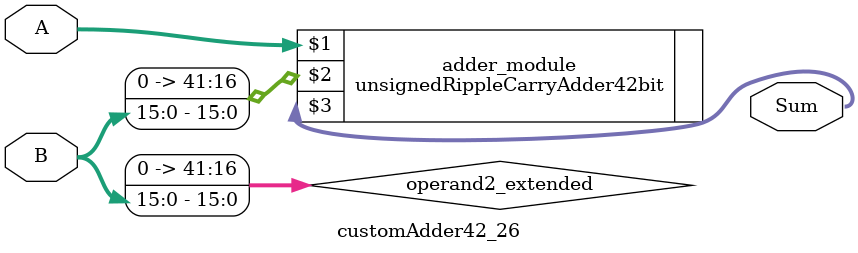
<source format=v>
module customAdder42_26(
                        input [41 : 0] A,
                        input [15 : 0] B,
                        
                        output [42 : 0] Sum
                );

        wire [41 : 0] operand2_extended;
        
        assign operand2_extended =  {26'b0, B};
        
        unsignedRippleCarryAdder42bit adder_module(
            A,
            operand2_extended,
            Sum
        );
        
        endmodule
        
</source>
